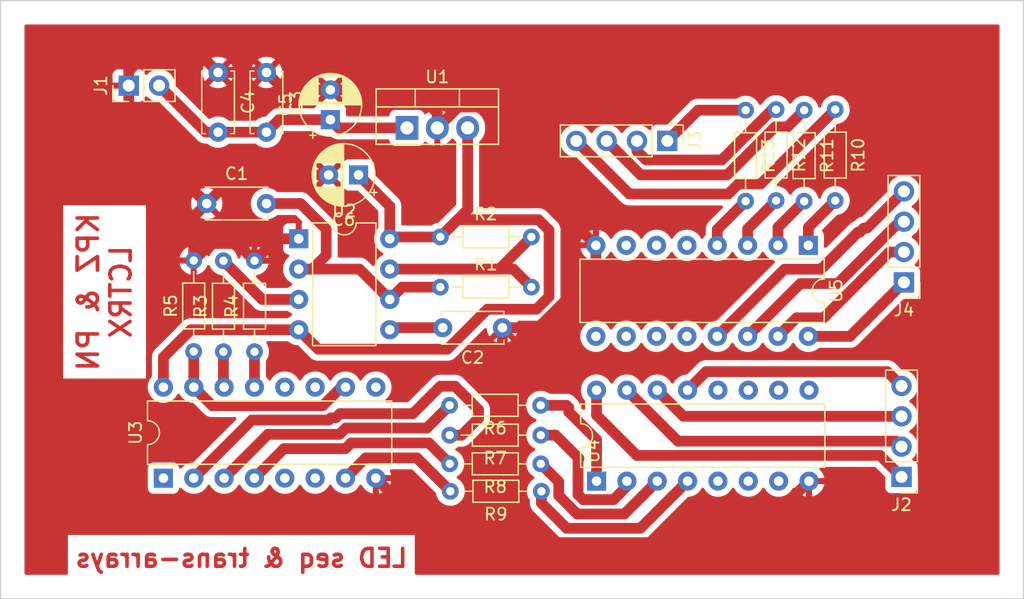
<source format=kicad_pcb>
(kicad_pcb (version 20211014) (generator pcbnew)
  (title_block (title "Graphical EQ PWR side") (date "2022-09-24") (rev "1") (company "Kapz & Pon Electrix") (comment 1 "transitor arrays for switching, as well as ") (comment 2 "backing light sequencer"))
  (layers (0 "F.Cu" signal) (31 "B.Cu" signal) (34 "B.Paste" user) (35 "F.Paste" user) (36 "B.SilkS" user "B.Silkscreen") (37 "F.SilkS" user "F.Silkscreen") (38 "B.Mask" user) (39 "F.Mask" user) (44 "Edge.Cuts" user))
  (net 0 "")
  (net 1 "GND")
  (net 2 "Net-(C1-Pad2)")
  (net 3 "Net-(C2-Pad2)")
  (net 4 "+VDC")
  (net 5 "Net-(J2-Pad1)")
  (net 6 "Net-(J2-Pad2)")
  (net 7 "Net-(J2-Pad3)")
  (net 8 "Net-(J2-Pad4)")
  (net 9 "Net-(J3-Pad1)")
  (net 10 "Net-(J3-Pad2)")
  (net 11 "Net-(J3-Pad3)")
  (net 12 "Net-(J3-Pad4)")
  (net 13 "Net-(J4-Pad1)")
  (net 14 "Net-(J4-Pad2)")
  (net 15 "Net-(J4-Pad3)")
  (net 16 "Net-(J4-Pad4)")
  (net 17 "Net-(R1-Pad2)")
  (net 18 "Net-(R2-Pad1)")
  (net 19 "Net-(R3-Pad1)")
  (net 20 "Net-(R3-Pad2)")
  (net 21 "Net-(R4-Pad1)")
  (net 22 "Net-(R6-Pad1)")
  (net 23 "Net-(R6-Pad2)")
  (net 24 "Net-(R7-Pad1)")
  (net 25 "Net-(R7-Pad2)")
  (net 26 "Net-(R8-Pad1)")
  (net 27 "Net-(R8-Pad2)")
  (net 28 "Net-(R9-Pad1)")
  (net 29 "Net-(R9-Pad2)")
  (net 30 "Net-(R10-Pad2)")
  (net 31 "Net-(R11-Pad2)")
  (net 32 "Net-(R12-Pad2)")
  (net 33 "Net-(R13-Pad2)")
  (net 54 "Net-(R5-Pad1)")
  (footprint "Resistor_THT:R_Axial_DIN0204_L3.6mm_D1.6mm_P7.62mm_Horizontal" (layer "F.Cu") (at 80.1 68.75 180)
    (fp_text reference "R6" (at 3.81 -1.92) (layer "F.SilkS"))
    (fp_text value "2K")
    (pad "1" thru_hole circle (at 0 0 180) (size 1.4 1.4) (drill 0.7) (layers *.Cu *.Mask) (net 22 "Net-(R6-Pad1)"))
    (pad "2" thru_hole oval (at 7.62 0 180) (size 1.4 1.4) (drill 0.7) (layers *.Cu *.Mask) (net 23 "Net-(R6-Pad2)"))
  )
  (footprint "Connector_PinHeader_2.54mm:PinHeader_1x04_P2.54mm_Vertical" (layer "F.Cu") (at 90.7 46.6 -90)
    (fp_text reference "J3" (at 0 -2.33 90) (layer "F.SilkS"))
    (fp_text value "from Graphic EQ")
    (pad "1" thru_hole rect (at 0 0 270) (size 1.7 1.7) (drill 1) (layers *.Cu *.Mask) (net 9 "Net-(J3-Pad1)"))
    (pad "2" thru_hole oval (at 0 2.54 270) (size 1.7 1.7) (drill 1) (layers *.Cu *.Mask) (net 10 "Net-(J3-Pad2)"))
    (pad "3" thru_hole oval (at 0 5.08 270) (size 1.7 1.7) (drill 1) (layers *.Cu *.Mask) (net 11 "Net-(J3-Pad3)"))
    (pad "4" thru_hole oval (at 0 7.62 270) (size 1.7 1.7) (drill 1) (layers *.Cu *.Mask) (net 12 "Net-(J3-Pad4)"))
  )
  (footprint "Connector_PinHeader_2.54mm:PinHeader_1x04_P2.54mm_Vertical" (layer "F.Cu") (at 110.5 58.45 180)
    (fp_text reference "J4" (at 0 -2.33) (layer "F.SilkS"))
    (fp_text value "Graphics EQ to dispaly")
    (pad "1" thru_hole rect (at 0 0 180) (size 1.7 1.7) (drill 1) (layers *.Cu *.Mask) (net 13 "Net-(J4-Pad1)"))
    (pad "2" thru_hole oval (at 0 2.54 180) (size 1.7 1.7) (drill 1) (layers *.Cu *.Mask) (net 14 "Net-(J4-Pad2)"))
    (pad "3" thru_hole oval (at 0 5.08 180) (size 1.7 1.7) (drill 1) (layers *.Cu *.Mask) (net 15 "Net-(J4-Pad3)"))
    (pad "4" thru_hole oval (at 0 7.62 180) (size 1.7 1.7) (drill 1) (layers *.Cu *.Mask) (net 16 "Net-(J4-Pad4)"))
  )
  (footprint "Resistor_THT:R_Axial_DIN0204_L3.6mm_D1.6mm_P7.62mm_Horizontal" (layer "F.Cu") (at 102.15 44.03 -90)
    (fp_text reference "R11" (at 3.81 -1.92 90) (layer "F.SilkS"))
    (fp_text value "20K")
    (pad "1" thru_hole circle (at 0 0 270) (size 1.4 1.4) (drill 0.7) (layers *.Cu *.Mask) (net 11 "Net-(J3-Pad3)"))
    (pad "2" thru_hole oval (at 7.62 0 270) (size 1.4 1.4) (drill 0.7) (layers *.Cu *.Mask) (net 31 "Net-(R11-Pad2)"))
  )
  (footprint "Connector_PinHeader_2.54mm:PinHeader_1x04_P2.54mm_Vertical" (layer "F.Cu") (at 110.3 74.75 180)
    (fp_text reference "J2" (at 0 -2.33) (layer "F.SilkS"))
    (fp_text value "to backing LED's")
    (pad "1" thru_hole rect (at 0 0 180) (size 1.7 1.7) (drill 1) (layers *.Cu *.Mask) (net 5 "Net-(J2-Pad1)"))
    (pad "2" thru_hole oval (at 0 2.54 180) (size 1.7 1.7) (drill 1) (layers *.Cu *.Mask) (net 6 "Net-(J2-Pad2)"))
    (pad "3" thru_hole oval (at 0 5.08 180) (size 1.7 1.7) (drill 1) (layers *.Cu *.Mask) (net 7 "Net-(J2-Pad3)"))
    (pad "4" thru_hole oval (at 0 7.62 180) (size 1.7 1.7) (drill 1) (layers *.Cu *.Mask) (net 8 "Net-(J2-Pad4)"))
  )
  (footprint "Resistor_THT:R_Axial_DIN0204_L3.6mm_D1.6mm_P7.62mm_Horizontal" (layer "F.Cu") (at 80.16 75.95 180)
    (fp_text reference "R9" (at 3.81 -1.92) (layer "F.SilkS"))
    (fp_text value "2K")
    (pad "1" thru_hole circle (at 0 0 180) (size 1.4 1.4) (drill 0.7) (layers *.Cu *.Mask) (net 28 "Net-(R9-Pad1)"))
    (pad "2" thru_hole oval (at 7.62 0 180) (size 1.4 1.4) (drill 0.7) (layers *.Cu *.Mask) (net 29 "Net-(R9-Pad2)"))
  )
  (footprint "Resistor_THT:R_Axial_DIN0204_L3.6mm_D1.6mm_P7.62mm_Horizontal" (layer "F.Cu") (at 71.7 58.85)
    (fp_text reference "R1" (at 3.81 -1.92) (layer "F.SilkS"))
    (fp_text value "5M6")
    (pad "1" thru_hole circle (at 0 0) (size 1.4 1.4) (drill 0.7) (layers *.Cu *.Mask) (net 2 "Net-(C1-Pad2)"))
    (pad "2" thru_hole oval (at 7.62 0) (size 1.4 1.4) (drill 0.7) (layers *.Cu *.Mask) (net 17 "Net-(R1-Pad2)"))
  )
  (footprint "Resistor_THT:R_Axial_DIN0204_L3.6mm_D1.6mm_P7.62mm_Horizontal" (layer "F.Cu") (at 99.8 43.98 -90)
    (fp_text reference "R12" (at 3.81 -1.92 90) (layer "F.SilkS"))
    (fp_text value "20K")
    (pad "1" thru_hole circle (at 0 0 270) (size 1.4 1.4) (drill 0.7) (layers *.Cu *.Mask) (net 10 "Net-(J3-Pad2)"))
    (pad "2" thru_hole oval (at 7.62 0 270) (size 1.4 1.4) (drill 0.7) (layers *.Cu *.Mask) (net 32 "Net-(R12-Pad2)"))
  )
  (footprint "Resistor_THT:R_Axial_DIN0204_L3.6mm_D1.6mm_P7.62mm_Horizontal" (layer "F.Cu") (at 56.15 64.26 90)
    (fp_text reference "R4" (at 3.81 -1.92 90) (layer "F.SilkS"))
    (fp_text value "10K")
    (pad "1" thru_hole circle (at 0 0 90) (size 1.4 1.4) (drill 0.7) (layers *.Cu *.Mask) (net 21 "Net-(R4-Pad1)"))
    (pad "2" thru_hole oval (at 7.62 0 90) (size 1.4 1.4) (drill 0.7) (layers *.Cu *.Mask) (net 1 "GND"))
  )
  (footprint "Capacitor_THT:C_Disc_D5.0mm_W2.5mm_P5.00mm" (layer "F.Cu") (at 52.15 51.85)
    (fp_text reference "C1" (at 2.5 -2.5) (layer "F.SilkS"))
    (fp_text value "151")
    (pad "1" thru_hole circle (at 0 0) (size 1.6 1.6) (drill 0.8) (layers *.Cu *.Mask) (net 1 "GND"))
    (pad "2" thru_hole circle (at 5 0) (size 1.6 1.6) (drill 0.8) (layers *.Cu *.Mask) (net 2 "Net-(C1-Pad2)"))
  )
  (footprint "Package_DIP:DIP-16_W7.62mm" (layer "F.Cu") (at 102.5 55.35 -90)
    (fp_text reference "U5" (at 3.81 -2.33 90) (layer "F.SilkS"))
    (fp_text value "ULN2003A")
    (pad "1" thru_hole rect (at 0 0 270) (size 1.6 1.6) (drill 0.8) (layers *.Cu *.Mask) (net 30 "Net-(R10-Pad2)"))
    (pad "2" thru_hole oval (at 0 2.54 270) (size 1.6 1.6) (drill 0.8) (layers *.Cu *.Mask) (net 31 "Net-(R11-Pad2)"))
    (pad "3" thru_hole oval (at 0 5.08 270) (size 1.6 1.6) (drill 0.8) (layers *.Cu *.Mask) (net 32 "Net-(R12-Pad2)"))
    (pad "4" thru_hole oval (at 0 7.62 270) (size 1.6 1.6) (drill 0.8) (layers *.Cu *.Mask) (net 33 "Net-(R13-Pad2)"))
    (pad "5" thru_hole oval (at 0 10.16 270) (size 1.6 1.6) (drill 0.8) (layers *.Cu *.Mask))
    (pad "6" thru_hole oval (at 0 12.7 270) (size 1.6 1.6) (drill 0.8) (layers *.Cu *.Mask))
    (pad "7" thru_hole oval (at 0 15.24 270) (size 1.6 1.6) (drill 0.8) (layers *.Cu *.Mask))
    (pad "8" thru_hole oval (at 0 17.78 270) (size 1.6 1.6) (drill 0.8) (layers *.Cu *.Mask) (net 1 "GND"))
    (pad "9" thru_hole oval (at 7.62 17.78 270) (size 1.6 1.6) (drill 0.8) (layers *.Cu *.Mask))
    (pad "10" thru_hole oval (at 7.62 15.24 270) (size 1.6 1.6) (drill 0.8) (layers *.Cu *.Mask))
    (pad "11" thru_hole oval (at 7.62 12.7 270) (size 1.6 1.6) (drill 0.8) (layers *.Cu *.Mask))
    (pad "12" thru_hole oval (at 7.62 10.16 270) (size 1.6 1.6) (drill 0.8) (layers *.Cu *.Mask))
    (pad "13" thru_hole oval (at 7.62 7.62 270) (size 1.6 1.6) (drill 0.8) (layers *.Cu *.Mask) (net 16 "Net-(J4-Pad4)"))
    (pad "14" thru_hole oval (at 7.62 5.08 270) (size 1.6 1.6) (drill 0.8) (layers *.Cu *.Mask) (net 15 "Net-(J4-Pad3)"))
    (pad "15" thru_hole oval (at 7.62 2.54 270) (size 1.6 1.6) (drill 0.8) (layers *.Cu *.Mask) (net 14 "Net-(J4-Pad2)"))
    (pad "16" thru_hole oval (at 7.62 0 270) (size 1.6 1.6) (drill 0.8) (layers *.Cu *.Mask) (net 13 "Net-(J4-Pad1)"))
  )
  (footprint "Capacitor_THT:CP_Radial_D5.0mm_P2.50mm" (layer "F.Cu") (at 64.855112 49.45 180)
    (fp_text reference "C6" (at 1.25 -3.75) (layer "F.SilkS"))
    (fp_text value "1Uf")
    (pad "1" thru_hole rect (at 0 0 180) (size 1.6 1.6) (drill 0.8) (layers *.Cu *.Mask) (net 18 "Net-(R2-Pad1)"))
    (pad "2" thru_hole circle (at 2.5 0 180) (size 1.6 1.6) (drill 0.8) (layers *.Cu *.Mask) (net 1 "GND"))
  )
  (footprint "Package_DIP:DIP-8_W7.62mm" (layer "F.Cu") (at 59.85 54.8)
    (fp_text reference "U2" (at 3.81 -2.33) (layer "F.SilkS"))
    (fp_text value "NE555P")
    (pad "1" thru_hole rect (at 0 0) (size 1.6 1.6) (drill 0.8) (layers *.Cu *.Mask) (net 1 "GND"))
    (pad "2" thru_hole oval (at 0 2.54) (size 1.6 1.6) (drill 0.8) (layers *.Cu *.Mask) (net 2 "Net-(C1-Pad2)"))
    (pad "3" thru_hole oval (at 0 5.08) (size 1.6 1.6) (drill 0.8) (layers *.Cu *.Mask) (net 20 "Net-(R3-Pad2)"))
    (pad "4" thru_hole oval (at 0 7.62) (size 1.6 1.6) (drill 0.8) (layers *.Cu *.Mask) (net 18 "Net-(R2-Pad1)"))
    (pad "5" thru_hole oval (at 7.62 7.62) (size 1.6 1.6) (drill 0.8) (layers *.Cu *.Mask) (net 3 "Net-(C2-Pad2)"))
    (pad "6" thru_hole oval (at 7.62 5.08) (size 1.6 1.6) (drill 0.8) (layers *.Cu *.Mask) (net 2 "Net-(C1-Pad2)"))
    (pad "7" thru_hole oval (at 7.62 2.54) (size 1.6 1.6) (drill 0.8) (layers *.Cu *.Mask) (net 17 "Net-(R1-Pad2)"))
    (pad "8" thru_hole oval (at 7.62 0) (size 1.6 1.6) (drill 0.8) (layers *.Cu *.Mask) (net 18 "Net-(R2-Pad1)"))
  )
  (footprint "Resistor_THT:R_Axial_DIN0204_L3.6mm_D1.6mm_P7.62mm_Horizontal" (layer "F.Cu") (at 71.7 54.65)
    (fp_text reference "R2" (at 3.81 -1.92) (layer "F.SilkS"))
    (fp_text value "15K")
    (pad "1" thru_hole circle (at 0 0) (size 1.4 1.4) (drill 0.7) (layers *.Cu *.Mask) (net 18 "Net-(R2-Pad1)"))
    (pad "2" thru_hole oval (at 7.62 0) (size 1.4 1.4) (drill 0.7) (layers *.Cu *.Mask) (net 17 "Net-(R1-Pad2)"))
  )
  (footprint "Package_TO_SOT_THT:TO-220-3_Vertical" (layer "F.Cu") (at 68.91 45.515)
    (fp_text reference "U1" (at 2.54 -4.27) (layer "F.SilkS"))
    (fp_text value "LM7805_TO220")
    (pad "1" thru_hole rect (at 0 0) (size 1.905 2) (drill 1.1) (layers *.Cu *.Mask) (net 4 "+VDC"))
    (pad "2" thru_hole oval (at 2.54 0) (size 1.905 2) (drill 1.1) (layers *.Cu *.Mask) (net 1 "GND"))
    (pad "3" thru_hole oval (at 5.08 0) (size 1.905 2) (drill 1.1) (layers *.Cu *.Mask) (net 18 "Net-(R2-Pad1)"))
  )
  (footprint "Capacitor_THT:C_Disc_D5.0mm_W2.5mm_P5.00mm" (layer "F.Cu") (at 57.15 40.87 -90)
    (fp_text reference "C3" (at 2.5 -2.5 90) (layer "F.SilkS"))
    (fp_text value "104")
    (pad "1" thru_hole circle (at 0 0 270) (size 1.6 1.6) (drill 0.8) (layers *.Cu *.Mask) (net 1 "GND"))
    (pad "2" thru_hole circle (at 5 0 270) (size 1.6 1.6) (drill 0.8) (layers *.Cu *.Mask) (net 4 "+VDC"))
  )
  (footprint "Resistor_THT:R_Axial_DIN0204_L3.6mm_D1.6mm_P7.62mm_Horizontal" (layer "F.Cu") (at 53.55 64.26 90)
    (fp_text reference "R3" (at 3.81 -1.92 90) (layer "F.SilkS"))
    (fp_text value "6K5")
    (pad "1" thru_hole circle (at 0 0 90) (size 1.4 1.4) (drill 0.7) (layers *.Cu *.Mask) (net 19 "Net-(R3-Pad1)"))
    (pad "2" thru_hole oval (at 7.62 0 90) (size 1.4 1.4) (drill 0.7) (layers *.Cu *.Mask) (net 20 "Net-(R3-Pad2)"))
  )
  (footprint "Resistor_THT:R_Axial_DIN0204_L3.6mm_D1.6mm_P7.62mm_Horizontal" (layer "F.Cu") (at 51.06 64.24 90)
    (fp_text reference "R5" (at 3.81 -1.92 90) (layer "F.SilkS"))
    (fp_text value "10K")
    (pad "1" thru_hole circle (at 0 0 90) (size 1.4 1.4) (drill 0.7) (layers *.Cu *.Mask) (net 54 "Net-(R5-Pad1)"))
    (pad "2" thru_hole oval (at 7.62 0 90) (size 1.4 1.4) (drill 0.7) (layers *.Cu *.Mask) (net 1 "GND"))
  )
  (footprint "Resistor_THT:R_Axial_DIN0204_L3.6mm_D1.6mm_P7.62mm_Horizontal" (layer "F.Cu") (at 80.11 71.25 180)
    (fp_text reference "R7" (at 3.81 -1.92) (layer "F.SilkS"))
    (fp_text value "2K")
    (pad "1" thru_hole circle (at 0 0 180) (size 1.4 1.4) (drill 0.7) (layers *.Cu *.Mask) (net 24 "Net-(R7-Pad1)"))
    (pad "2" thru_hole oval (at 7.62 0 180) (size 1.4 1.4) (drill 0.7) (layers *.Cu *.Mask) (net 25 "Net-(R7-Pad2)"))
  )
  (footprint "Capacitor_THT:CP_Radial_D5.0mm_P2.50mm" (layer "F.Cu") (at 62.5 44.825112 90)
    (fp_text reference "C5" (at 1.25 -3.75 90) (layer "F.SilkS"))
    (fp_text value "1Uf")
    (pad "1" thru_hole rect (at 0 0 90) (size 1.6 1.6) (drill 0.8) (layers *.Cu *.Mask) (net 4 "+VDC"))
    (pad "2" thru_hole circle (at 2.5 0 90) (size 1.6 1.6) (drill 0.8) (layers *.Cu *.Mask) (net 1 "GND"))
  )
  (footprint "Capacitor_THT:C_Disc_D5.0mm_W2.5mm_P5.00mm" (layer "F.Cu") (at 53.1 40.87 -90)
    (fp_text reference "C4" (at 2.5 -2.5 90) (layer "F.SilkS"))
    (fp_text value "104")
    (pad "1" thru_hole circle (at 0 0 270) (size 1.6 1.6) (drill 0.8) (layers *.Cu *.Mask) (net 1 "GND"))
    (pad "2" thru_hole circle (at 5 0 270) (size 1.6 1.6) (drill 0.8) (layers *.Cu *.Mask) (net 4 "+VDC"))
  )
  (footprint "Capacitor_THT:C_Disc_D5.0mm_W2.5mm_P5.00mm" (layer "F.Cu") (at 76.9 62.25 180)
    (fp_text reference "C2" (at 2.5 -2.5) (layer "F.SilkS"))
    (fp_text value "104")
    (pad "1" thru_hole circle (at 0 0 180) (size 1.6 1.6) (drill 0.8) (layers *.Cu *.Mask) (net 1 "GND"))
    (pad "2" thru_hole circle (at 5 0 180) (size 1.6 1.6) (drill 0.8) (layers *.Cu *.Mask) (net 3 "Net-(C2-Pad2)"))
  )
  (footprint "Connector_PinHeader_2.54mm:PinHeader_1x02_P2.54mm_Vertical" (layer "F.Cu") (at 45.625 41.97 90)
    (fp_text reference "J1" (at 0 -2.33 90) (layer "F.SilkS"))
    (fp_text value "PWR")
    (pad "1" thru_hole rect (at 0 0 90) (size 1.7 1.7) (drill 1) (layers *.Cu *.Mask) (net 1 "GND"))
    (pad "2" thru_hole oval (at 0 2.54 90) (size 1.7 1.7) (drill 1) (layers *.Cu *.Mask) (net 4 "+VDC"))
  )
  (footprint "Package_DIP:DIP-16_W7.62mm" (layer "F.Cu") (at 84.775 75.1 90)
    (fp_text reference "U4" (at 2.51 -0.28 90) (layer "F.SilkS"))
    (fp_text value "ULN2003A")
    (pad "1" thru_hole rect (at 0 0 90) (size 1.6 1.6) (drill 0.8) (layers *.Cu *.Mask) (net 22 "Net-(R6-Pad1)"))
    (pad "2" thru_hole oval (at 0 2.54 90) (size 1.6 1.6) (drill 0.8) (layers *.Cu *.Mask) (net 24 "Net-(R7-Pad1)"))
    (pad "3" thru_hole oval (at 0 5.08 90) (size 1.6 1.6) (drill 0.8) (layers *.Cu *.Mask) (net 26 "Net-(R8-Pad1)"))
    (pad "4" thru_hole oval (at 0 7.62 90) (size 1.6 1.6) (drill 0.8) (layers *.Cu *.Mask) (net 28 "Net-(R9-Pad1)"))
    (pad "5" thru_hole oval (at 0 10.16 90) (size 1.6 1.6) (drill 0.8) (layers *.Cu *.Mask))
    (pad "6" thru_hole oval (at 0 12.7 90) (size 1.6 1.6) (drill 0.8) (layers *.Cu *.Mask))
    (pad "7" thru_hole oval (at 0 15.24 90) (size 1.6 1.6) (drill 0.8) (layers *.Cu *.Mask))
    (pad "8" thru_hole oval (at 0 17.78 90) (size 1.6 1.6) (drill 0.8) (layers *.Cu *.Mask) (net 1 "GND"))
    (pad "9" thru_hole oval (at 7.62 17.78 90) (size 1.6 1.6) (drill 0.8) (layers *.Cu *.Mask))
    (pad "10" thru_hole oval (at 7.62 15.24 90) (size 1.6 1.6) (drill 0.8) (layers *.Cu *.Mask))
    (pad "11" thru_hole oval (at 7.62 12.7 90) (size 1.6 1.6) (drill 0.8) (layers *.Cu *.Mask))
    (pad "12" thru_hole oval (at 7.62 10.16 90) (size 1.6 1.6) (drill 0.8) (layers *.Cu *.Mask))
    (pad "13" thru_hole oval (at 7.62 7.62 90) (size 1.6 1.6) (drill 0.8) (layers *.Cu *.Mask) (net 8 "Net-(J2-Pad4)"))
    (pad "14" thru_hole oval (at 7.62 5.08 90) (size 1.6 1.6) (drill 0.8) (layers *.Cu *.Mask) (net 7 "Net-(J2-Pad3)"))
    (pad "15" thru_hole oval (at 7.62 2.54 90) (size 1.6 1.6) (drill 0.8) (layers *.Cu *.Mask) (net 6 "Net-(J2-Pad2)"))
    (pad "16" thru_hole oval (at 7.62 0 90) (size 1.6 1.6) (drill 0.8) (layers *.Cu *.Mask) (net 5 "Net-(J2-Pad1)"))
  )
  (footprint "Resistor_THT:R_Axial_DIN0204_L3.6mm_D1.6mm_P7.62mm_Horizontal" (layer "F.Cu") (at 97.25 44.03 -90)
    (fp_text reference "R13" (at 3.81 -1.92 90) (layer "F.SilkS"))
    (fp_text value "20K")
    (pad "1" thru_hole circle (at 0 0 270) (size 1.4 1.4) (drill 0.7) (layers *.Cu *.Mask) (net 9 "Net-(J3-Pad1)"))
    (pad "2" thru_hole oval (at 7.62 0 270) (size 1.4 1.4) (drill 0.7) (layers *.Cu *.Mask) (net 33 "Net-(R13-Pad2)"))
  )
  (footprint "Resistor_THT:R_Axial_DIN0204_L3.6mm_D1.6mm_P7.62mm_Horizontal" (layer "F.Cu") (at 104.75 43.98 -90)
    (fp_text reference "R10" (at 3.81 -1.92 90) (layer "F.SilkS"))
    (fp_text value "20K")
    (pad "1" thru_hole circle (at 0 0 270) (size 1.4 1.4) (drill 0.7) (layers *.Cu *.Mask) (net 12 "Net-(J3-Pad4)"))
    (pad "2" thru_hole oval (at 7.62 0 270) (size 1.4 1.4) (drill 0.7) (layers *.Cu *.Mask) (net 30 "Net-(R10-Pad2)"))
  )
  (footprint "Resistor_THT:R_Axial_DIN0204_L3.6mm_D1.6mm_P7.62mm_Horizontal" (layer "F.Cu") (at 80.11 73.65 180)
    (fp_text reference "R8" (at 3.81 -1.92) (layer "F.SilkS"))
    (fp_text value "2K")
    (pad "1" thru_hole circle (at 0 0 180) (size 1.4 1.4) (drill 0.7) (layers *.Cu *.Mask) (net 26 "Net-(R8-Pad1)"))
    (pad "2" thru_hole oval (at 7.62 0 180) (size 1.4 1.4) (drill 0.7) (layers *.Cu *.Mask) (net 27 "Net-(R8-Pad2)"))
  )
  (footprint "Package_DIP:DIP-16_W7.62mm" (layer "F.Cu") (at 48.525 74.85 90)
    (fp_text reference "U3" (at 3.81 -2.33 90) (layer "F.SilkS"))
    (fp_text value "4017")
    (pad "1" thru_hole rect (at 0 0 90) (size 1.6 1.6) (drill 0.8) (layers *.Cu *.Mask))
    (pad "2" thru_hole oval (at 0 2.54 90) (size 1.6 1.6) (drill 0.8) (layers *.Cu *.Mask) (net 25 "Net-(R7-Pad2)"))
    (pad "3" thru_hole oval (at 0 5.08 90) (size 1.6 1.6) (drill 0.8) (layers *.Cu *.Mask) (net 23 "Net-(R6-Pad2)"))
    (pad "4" thru_hole oval (at 0 7.62 90) (size 1.6 1.6) (drill 0.8) (layers *.Cu *.Mask) (net 27 "Net-(R8-Pad2)"))
    (pad "5" thru_hole oval (at 0 10.16 90) (size 1.6 1.6) (drill 0.8) (layers *.Cu *.Mask))
    (pad "6" thru_hole oval (at 0 12.7 90) (size 1.6 1.6) (drill 0.8) (layers *.Cu *.Mask))
    (pad "7" thru_hole oval (at 0 15.24 90) (size 1.6 1.6) (drill 0.8) (layers *.Cu *.Mask) (net 29 "Net-(R9-Pad2)"))
    (pad "8" thru_hole oval (at 0 17.78 90) (size 1.6 1.6) (drill 0.8) (layers *.Cu *.Mask) (net 1 "GND"))
    (pad "9" thru_hole oval (at 7.62 17.78 90) (size 1.6 1.6) (drill 0.8) (layers *.Cu *.Mask))
    (pad "10" thru_hole oval (at 7.62 15.24 90) (size 1.6 1.6) (drill 0.8) (layers *.Cu *.Mask) (net 54 "Net-(R5-Pad1)"))
    (pad "11" thru_hole oval (at 7.62 12.7 90) (size 1.6 1.6) (drill 0.8) (layers *.Cu *.Mask))
    (pad "12" thru_hole oval (at 7.62 10.16 90) (size 1.6 1.6) (drill 0.8) (layers *.Cu *.Mask))
    (pad "13" thru_hole oval (at 7.62 7.62 90) (size 1.6 1.6) (drill 0.8) (layers *.Cu *.Mask) (net 21 "Net-(R4-Pad1)"))
    (pad "14" thru_hole oval (at 7.62 5.08 90) (size 1.6 1.6) (drill 0.8) (layers *.Cu *.Mask) (net 19 "Net-(R3-Pad1)"))
    (pad "15" thru_hole oval (at 7.62 2.54 90) (size 1.6 1.6) (drill 0.8) (layers *.Cu *.Mask) (net 54 "Net-(R5-Pad1)"))
    (pad "16" thru_hole oval (at 7.62 0 90) (size 1.6 1.6) (drill 0.8) (layers *.Cu *.Mask) (net 18 "Net-(R2-Pad1)"))
  )
  (gr_rect (start 34.9 34.85) (end 120.5 84.95) (layer "Edge.Cuts") (width 0.1) (fill none))
  (gr_text "LED seq & trans-arrays" (at 55.05 81.55) (layer "F.Cu") (effects (font (size 1.5 1.5) (thickness 0.3)) (justify mirror)))
  (gr_text "KPZ & PN\nLCTRX" (at 43.6 59.25 90) (layer "F.Cu") (effects (font (size 1.7 1.7) (thickness 0.3)) (justify mirror)))
  (segment (start 51.2 38.97) (end 47.4 38.97) (width 0.9) (layer "F.Cu") (net 1))
  (segment (start 71.45 44.27) (end 69.1 41.92) (width 0.9) (layer "F.Cu") (net 1))
  (segment (start 76.9 62.25) (end 79.895875 62.25) (width 0.9) (layer "F.Cu") (net 1))
  (segment (start 77.65 78.55) (end 78.7 78.55) (width 0.9) (layer "F.Cu") (net 1))
  (segment (start 76.9 62.25) (end 76.9 77.8) (width 0.9) (layer "F.Cu") (net 1))
  (segment (start 54.700489 55.190489) (end 52.489511 55.190489) (width 0.9) (layer "F.Cu") (net 1))
  (segment (start 71.45 45.515) (end 71.45 44.27) (width 0.9) (layer "F.Cu") (net 1))
  (segment (start 70.005 78.55) (end 77.65 78.55) (width 0.9) (layer "F.Cu") (net 1))
  (segment (start 76.82 47.45) (end 76.7 47.45) (width 0.9) (layer "F.Cu") (net 1))
  (segment (start 69.1 41.92) (end 68.694888 42.325112) (width 0.9) (layer "F.Cu") (net 1))
  (segment (start 56.3 40.87) (end 56.57548 40.59452) (width 0.9) (layer "F.Cu") (net 1))
  (segment (start 56.15 56.64) (end 54.700489 55.190489) (width 0.9) (layer "F.Cu") (net 1))
  (segment (start 66.305 74.85) (end 70.005 78.55) (width 0.9) (layer "F.Cu") (net 1))
  (segment (start 59.85 54.8) (end 57.99 54.8) (width 0.9) (layer "F.Cu") (net 1))
  (segment (start 62.5 42.325112) (end 58.605112 42.325112) (width 0.9) (layer "F.Cu") (net 1))
  (segment (start 47.4 38.97) (end 45.625 40.745) (width 0.9) (layer "F.Cu") (net 1))
  (segment (start 68.694888 42.325112) (end 62.5 42.325112) (width 0.9) (layer "F.Cu") (net 1))
  (segment (start 45.625 40.745) (end 45.625 41.97) (width 0.9) (layer "F.Cu") (net 1))
  (segment (start 57.15 40.87) (end 53.1 40.87) (width 0.9) (layer "F.Cu") (net 1))
  (segment (start 45.625 41.97) (end 45.625 45.325) (width 0.9) (layer "F.Cu") (net 1))
  (segment (start 80.4 80.25) (end 97.405 80.25) (width 0.9) (layer "F.Cu") (net 1))
  (segment (start 76.9 77.8) (end 77.65 78.55) (width 0.9) (layer "F.Cu") (net 1))
  (segment (start 57.99 54.8) (end 56.15 56.64) (width 0.9) (layer "F.Cu") (net 1))
  (segment (start 51.06 56.62) (end 51.06 52.94) (width 0.9) (layer "F.Cu") (net 1))
  (segment (start 78.7 78.55) (end 80.4 80.25) (width 0.9) (layer "F.Cu") (net 1))
  (segment (start 79.895875 62.25) (end 84.72 57.425875) (width 0.9) (layer "F.Cu") (net 1))
  (segment (start 45.625 45.325) (end 52.15 51.85) (width 0.9) (layer "F.Cu") (net 1))
  (segment (start 52.15 51.85) (end 54.55 49.45) (width 0.9) (layer "F.Cu") (net 1))
  (segment (start 75.69548 43.76548) (end 73.19952 43.76548) (width 0.9) (layer "F.Cu") (net 1))
  (segment (start 73.19952 43.76548) (end 71.45 45.515) (width 0.9) (layer "F.Cu") (net 1))
  (segment (start 58.605112 42.325112) (end 57.15 40.87) (width 0.9) (layer "F.Cu") (net 1))
  (segment (start 84.72 55.35) (end 76.82 47.45) (width 0.9) (layer "F.Cu") (net 1))
  (segment (start 53.1 40.87) (end 56.3 40.87) (width 0.9) (layer "F.Cu") (net 1))
  (segment (start 54.55 49.45) (end 62.355112 49.45) (width 0.9) (layer "F.Cu") (net 1))
  (segment (start 84.72 57.425875) (end 84.72 55.35) (width 0.9) (layer "F.Cu") (net 1))
  (segment (start 76.7 44.77) (end 75.69548 43.76548) (width 0.9) (layer "F.Cu") (net 1))
  (segment (start 51.06 52.94) (end 52.15 51.85) (width 0.9) (layer "F.Cu") (net 1))
  (segment (start 76.7 47.45) (end 76.7 44.77) (width 0.9) (layer "F.Cu") (net 1))
  (segment (start 97.405 80.25) (end 102.555 75.1) (width 0.9) (layer "F.Cu") (net 1))
  (segment (start 53.1 40.87) (end 51.2 38.97) (width 0.9) (layer "F.Cu") (net 1))
  (segment (start 52.489511 55.190489) (end 51.06 56.62) (width 0.9) (layer "F.Cu") (net 1))
  (segment (start 60 51.85) (end 62.15 54) (width 0.9) (layer "F.Cu") (net 2))
  (segment (start 57.15 51.85) (end 60 51.85) (width 0.9) (layer "F.Cu") (net 2))
  (segment (start 60.98137 57.34) (end 59.85 57.34) (width 0.9) (layer "F.Cu") (net 2))
  (segment (start 62.15 56.17137) (end 60.98137 57.34) (width 0.9) (layer "F.Cu") (net 2))
  (segment (start 68.5 58.85) (end 67.47 59.88) (width 0.9) (layer "F.Cu") (net 2))
  (segment (start 71.7 58.85) (end 68.5 58.85) (width 0.9) (layer "F.Cu") (net 2))
  (segment (start 59.85 57.34) (end 64.93 57.34) (width 0.9) (layer "F.Cu") (net 2))
  (segment (start 64.93 57.34) (end 67.47 59.88) (width 0.9) (layer "F.Cu") (net 2))
  (segment (start 62.15 54) (end 62.15 56.17137) (width 0.9) (layer "F.Cu") (net 2))
  (segment (start 67.64 62.25) (end 67.47 62.42) (width 0.9) (layer "F.Cu") (net 3))
  (segment (start 71.9 62.25) (end 67.64 62.25) (width 0.9) (layer "F.Cu") (net 3))
  (segment (start 58.194888 44.825112) (end 57.15 45.87) (width 0.9) (layer "F.Cu") (net 4))
  (segment (start 68.91 45.515) (end 63.189888 45.515) (width 0.9) (layer "F.Cu") (net 4))
  (segment (start 63.189888 45.515) (end 62.5 44.825112) (width 0.9) (layer "F.Cu") (net 4))
  (segment (start 62.5 44.825112) (end 58.194888 44.825112) (width 0.9) (layer "F.Cu") (net 4))
  (segment (start 57.15 45.87) (end 53.1 45.87) (width 0.9) (layer "F.Cu") (net 4))
  (segment (start 53.1 45.87) (end 52.065 45.87) (width 0.9) (layer "F.Cu") (net 4))
  (segment (start 52.065 45.87) (end 48.165 41.97) (width 0.9) (layer "F.Cu") (net 4))
  (segment (start 110.3 74.75) (end 108.5 72.95) (width 0.9) (layer "F.Cu") (net 5))
  (segment (start 84.775 69.575) (end 84.775 67.48) (width 0.9) (layer "F.Cu") (net 5))
  (segment (start 108.5 72.95) (end 88.15 72.95) (width 0.9) (layer "F.Cu") (net 5))
  (segment (start 88.15 72.95) (end 84.775 69.575) (width 0.9) (layer "F.Cu") (net 5))
  (segment (start 109.84048 71.75048) (end 110.3 72.21) (width 0.9) (layer "F.Cu") (net 6))
  (segment (start 91.58548 71.75048) (end 109.84048 71.75048) (width 0.9) (layer "F.Cu") (net 6))
  (segment (start 87.315 67.48) (end 91.58548 71.75048) (width 0.9) (layer "F.Cu") (net 6))
  (segment (start 89.855 67.48) (end 92.045 69.67) (width 0.9) (layer "F.Cu") (net 7))
  (segment (start 92.045 69.67) (end 110.3 69.67) (width 0.9) (layer "F.Cu") (net 7))
  (segment (start 109.100489 65.930489) (end 110.3 67.13) (width 0.9) (layer "F.Cu") (net 8))
  (segment (start 93.944511 65.930489) (end 109.100489 65.930489) (width 0.9) (layer "F.Cu") (net 8))
  (segment (start 92.395 67.48) (end 93.944511 65.930489) (width 0.9) (layer "F.Cu") (net 8))
  (segment (start 97.25 44.03) (end 93.27 44.03) (width 0.9) (layer "F.Cu") (net 9))
  (segment (start 93.27 44.03) (end 90.7 46.6) (width 0.9) (layer "F.Cu") (net 9))
  (segment (start 88.16 47.443636) (end 88.16 46.6) (width 0.9) (layer "F.Cu") (net 10))
  (segment (start 95.257842 48.199511) (end 88.915875 48.199511) (width 0.9) (layer "F.Cu") (net 10))
  (segment (start 99.8 43.98) (end 99.477353 43.98) (width 0.9) (layer "F.Cu") (net 10))
  (segment (start 88.915875 48.199511) (end 88.16 47.443636) (width 0.9) (layer "F.Cu") (net 10))
  (segment (start 99.477353 43.98) (end 95.257842 48.199511) (width 0.9) (layer "F.Cu") (net 10))
  (segment (start 99.724206 45.429511) (end 100.750489 45.429511) (width 0.9) (layer "F.Cu") (net 11))
  (segment (start 100.750489 45.429511) (end 102.15 44.03) (width 0.9) (layer "F.Cu") (net 11))
  (segment (start 95.703717 49.45) (end 99.724206 45.429511) (width 0.9) (layer "F.Cu") (net 11))
  (segment (start 85.62 46.6) (end 88.47 49.45) (width 0.9) (layer "F.Cu") (net 11))
  (segment (start 88.47 49.45) (end 95.703717 49.45) (width 0.9) (layer "F.Cu") (net 11))
  (segment (start 104.75 43.98) (end 98.529511 50.200489) (width 0.9) (layer "F.Cu") (net 12))
  (segment (start 98.529511 50.200489) (end 96.649592 50.200489) (width 0.9) (layer "F.Cu") (net 12))
  (segment (start 87.53 51.05) (end 83.08 46.6) (width 0.9) (layer "F.Cu") (net 12))
  (segment (start 95.800081 51.05) (end 87.53 51.05) (width 0.9) (layer "F.Cu") (net 12))
  (segment (start 96.649592 50.200489) (end 95.800081 51.05) (width 0.9) (layer "F.Cu") (net 12))
  (segment (start 105.98 62.97) (end 110.5 58.45) (width 0.9) (layer "F.Cu") (net 13))
  (segment (start 102.5 62.97) (end 105.98 62.97) (width 0.9) (layer "F.Cu") (net 13))
  (segment (start 99.96 62.97) (end 101.509511 61.420489) (width 0.9) (layer "F.Cu") (net 14))
  (segment (start 101.509511 61.420489) (end 103.779511 61.420489) (width 0.9) (layer "F.Cu") (net 14))
  (segment (start 109.29 55.91) (end 110.5 55.91) (width 0.9) (layer "F.Cu") (net 14))
  (segment (start 103.779511 61.420489) (end 109.29 55.91) (width 0.9) (layer "F.Cu") (net 14))
  (segment (start 101.83951 58.55049) (end 97.42 62.97) (width 0.9) (layer "F.Cu") (net 15))
  (segment (start 104.953146 58.55049) (end 101.83951 58.55049) (width 0.9) (layer "F.Cu") (net 15))
  (segment (start 110.5 53.37) (end 110.133636 53.37) (width 0.9) (layer "F.Cu") (net 15))
  (segment (start 110.133636 53.37) (end 104.953146 58.55049) (width 0.9) (layer "F.Cu") (net 15))
  (segment (start 100.499021 57.350979) (end 103.556292 57.35098) (width 0.9) (layer "F.Cu") (net 16))
  (segment (start 103.556292 57.35098) (end 106.656293 54.250979) (width 0.9) (layer "F.Cu") (net 16))
  (segment (start 107.156293 53.900979) (end 107.429021 53.900979) (width 0.9) (layer "F.Cu") (net 16))
  (segment (start 94.88 62.97) (end 100.499021 57.350979) (width 0.9) (layer "F.Cu") (net 16))
  (segment (start 107.429021 53.900979) (end 110.5 50.83) (width 0.9) (layer "F.Cu") (net 16))
  (segment (start 106.656293 54.250979) (end 106.806293 54.250979) (width 0.9) (layer "F.Cu") (net 16))
  (segment (start 106.806293 54.250979) (end 107.156293 53.900979) (width 0.9) (layer "F.Cu") (net 16))
  (segment (start 76.63 57.34) (end 71.61 57.34) (width 0.9) (layer "F.Cu") (net 17))
  (segment (start 67.47 57.34) (end 71.61 57.34) (width 0.9) (layer "F.Cu") (net 17))
  (segment (start 77.81 57.34) (end 79.32 58.85) (width 0.9) (layer "F.Cu") (net 17))
  (segment (start 71.61 57.34) (end 77.81 57.34) (width 0.9) (layer "F.Cu") (net 17))
  (segment (start 79.32 54.65) (end 76.63 57.34) (width 0.9) (layer "F.Cu") (net 17))
  (segment (start 50.830081 62.42) (end 48.525 64.725081) (width 0.9) (layer "F.Cu") (net 18))
  (segment (start 72.291341 64.05) (end 61.48 64.05) (width 0.9) (layer "F.Cu") (net 18))
  (segment (start 73.99 45.515) (end 73.99 52.36) (width 0.9) (layer "F.Cu") (net 18))
  (segment (start 67.47 52.064888) (end 64.855112 49.45) (width 0.9) (layer "F.Cu") (net 18))
  (segment (start 73.99 52.36) (end 71.7 54.65) (width 0.9) (layer "F.Cu") (net 18))
  (segment (start 80.8 59.649511) (end 79.749022 60.700489) (width 0.9) (layer "F.Cu") (net 18))
  (segment (start 80.8 54.080081) (end 80.8 59.649511) (width 0.9) (layer "F.Cu") (net 18))
  (segment (start 71.7 54.65) (end 67.62 54.65) (width 0.9) (layer "F.Cu") (net 18))
  (segment (start 61.48 64.05) (end 59.85 62.42) (width 0.9) (layer "F.Cu") (net 18))
  (segment (start 73.149511 53.200489) (end 79.920408 53.200489) (width 0.9) (layer "F.Cu") (net 18))
  (segment (start 75.640852 60.700489) (end 72.291341 64.05) (width 0.9) (layer "F.Cu") (net 18))
  (segment (start 67.62 54.65) (end 67.47 54.8) (width 0.9) (layer "F.Cu") (net 18))
  (segment (start 71.7 54.65) (end 73.149511 53.200489) (width 0.9) (layer "F.Cu") (net 18))
  (segment (start 67.47 54.8) (end 67.47 52.064888) (width 0.9) (layer "F.Cu") (net 18))
  (segment (start 48.525 64.725081) (end 48.525 67.23) (width 0.9) (layer "F.Cu") (net 18))
  (segment (start 79.749022 60.700489) (end 75.640852 60.700489) (width 0.9) (layer "F.Cu") (net 18))
  (segment (start 79.920408 53.200489) (end 80.8 54.080081) (width 0.9) (layer "F.Cu") (net 18))
  (segment (start 59.85 62.42) (end 50.830081 62.42) (width 0.9) (layer "F.Cu") (net 18))
  (segment (start 53.55 67.175) (end 53.605 67.23) (width 0.9) (layer "F.Cu") (net 19))
  (segment (start 53.55 64.26) (end 53.55 67.175) (width 0.9) (layer "F.Cu") (net 19))
  (segment (start 59.85 59.88) (end 56.79 59.88) (width 0.9) (layer "F.Cu") (net 20))
  (segment (start 56.79 59.88) (end 53.55 56.64) (width 0.9) (layer "F.Cu") (net 20))
  (segment (start 56.145 64.265) (end 56.15 64.26) (width 0.9) (layer "F.Cu") (net 21))
  (segment (start 56.145 67.23) (end 56.145 64.265) (width 0.9) (layer "F.Cu") (net 21))
  (segment (start 82.45 68.95) (end 82.25 68.75) (width 0.9) (layer "F.Cu") (net 22))
  (segment (start 82.25 68.75) (end 80.1 68.75) (width 0.9) (layer "F.Cu") (net 22))
  (segment (start 84.775 75.1) (end 84.775 71.625) (width 0.9) (layer "F.Cu") (net 22))
  (segment (start 84.775 71.625) (end 82.45 69.3) (width 0.9) (layer "F.Cu") (net 22))
  (segment (start 82.45 69.3) (end 82.45 68.95) (width 0.9) (layer "F.Cu") (net 22))
  (segment (start 57.276467 71.178533) (end 53.605 74.85) (width 0.9) (layer "F.Cu") (net 23))
  (segment (start 63.793708 70.64902) (end 63.264195 71.178533) (width 0.9) (layer "F.Cu") (net 23))
  (segment (start 72.48 68.75) (end 70.58098 70.64902) (width 0.9) (layer "F.Cu") (net 23))
  (segment (start 63.264195 71.178533) (end 57.276467 71.178533) (width 0.9) (layer "F.Cu") (net 23))
  (segment (start 70.58098 70.64902) (end 63.793708 70.64902) (width 0.9) (layer "F.Cu") (net 23))
  (segment (start 83.225489 76.225489) (end 83.649511 76.649511) (width 0.9) (layer "F.Cu") (net 24))
  (segment (start 87.315 75.535) (end 87.315 75.1) (width 0.9) (layer "F.Cu") (net 24))
  (segment (start 83.225489 73.274511) (end 83.225489 76.225489) (width 0.9) (layer "F.Cu") (net 24))
  (segment (start 83.649511 76.649511) (end 86.200489 76.649511) (width 0.9) (layer "F.Cu") (net 24))
  (segment (start 80.11 71.25) (end 81.35 71.25) (width 0.9) (layer "F.Cu") (net 24))
  (segment (start 81.35 71.25) (end 83.3 73.2) (width 0.9) (layer "F.Cu") (net 24))
  (segment (start 83.3 73.2) (end 83.225489 73.274511) (width 0.9) (layer "F.Cu") (net 24))
  (segment (start 86.200489 76.649511) (end 87.315 75.535) (width 0.9) (layer "F.Cu") (net 24))
  (segment (start 74.9 69.829949) (end 74.9 69.120081) (width 0.9) (layer "F.Cu") (net 25))
  (segment (start 62.946854 69.79951) (end 62.543195 69.79951) (width 0.9) (layer "F.Cu") (net 25))
  (segment (start 73.479949 71.25) (end 74.9 69.829949) (width 0.9) (layer "F.Cu") (net 25))
  (segment (start 72.49 71.25) (end 73.479949 71.25) (width 0.9) (layer "F.Cu") (net 25))
  (segment (start 55.935978 69.979022) (end 51.065 74.85) (width 0.9) (layer "F.Cu") (net 25))
  (segment (start 74.9 69.120081) (end 72.929919 67.15) (width 0.9) (layer "F.Cu") (net 25))
  (segment (start 69.40049 69.44951) (end 63.296854 69.44951) (width 0.9) (layer "F.Cu") (net 25))
  (segment (start 71.7 67.15) (end 69.40049 69.44951) (width 0.9) (layer "F.Cu") (net 25))
  (segment (start 63.296854 69.44951) (end 62.946854 69.79951) (width 0.9) (layer "F.Cu") (net 25))
  (segment (start 62.543195 69.79951) (end 62.363683 69.979022) (width 0.9) (layer "F.Cu") (net 25))
  (segment (start 62.363683 69.979022) (end 55.935978 69.979022) (width 0.9) (layer "F.Cu") (net 25))
  (segment (start 72.929919 67.15) (end 71.7 67.15) (width 0.9) (layer "F.Cu") (net 25))
  (segment (start 81.609511 75.149511) (end 81.609511 76.305889) (width 0.9) (layer "F.Cu") (net 26))
  (segment (start 83.152653 77.849031) (end 87.105969 77.849031) (width 0.9) (layer "F.Cu") (net 26))
  (segment (start 81.609511 76.305889) (end 83.152653 77.849031) (width 0.9) (layer "F.Cu") (net 26))
  (segment (start 87.105969 77.849031) (end 89.855 75.1) (width 0.9) (layer "F.Cu") (net 26))
  (segment (start 80.11 73.65) (end 81.609511 75.149511) (width 0.9) (layer "F.Cu") (net 26))
  (segment (start 64.238602 71.90049) (end 70.74049 71.90049) (width 0.9) (layer "F.Cu") (net 27))
  (segment (start 63.761048 72.378044) (end 64.238602 71.90049) (width 0.9) (layer "F.Cu") (net 27))
  (segment (start 56.145 74.85) (end 58.616956 72.378044) (width 0.9) (layer "F.Cu") (net 27))
  (segment (start 58.616956 72.378044) (end 63.761048 72.378044) (width 0.9) (layer "F.Cu") (net 27))
  (segment (start 70.74049 71.90049) (end 72.49 73.65) (width 0.9) (layer "F.Cu") (net 27))
  (segment (start 80.16 75.95) (end 80.16 76.939949) (width 0.9) (layer "F.Cu") (net 28))
  (segment (start 88.446449 79.048551) (end 92.395 75.1) (width 0.9) (layer "F.Cu") (net 28))
  (segment (start 80.16 76.939949) (end 82.268602 79.048551) (width 0.9) (layer "F.Cu") (net 28))
  (segment (start 82.268602 79.048551) (end 88.446449 79.048551) (width 0.9) (layer "F.Cu") (net 28))
  (segment (start 69.74 73.15) (end 65.465 73.15) (width 0.9) (layer "F.Cu") (net 29))
  (segment (start 72.54 75.95) (end 69.74 73.15) (width 0.9) (layer "F.Cu") (net 29))
  (segment (start 65.465 73.15) (end 63.765 74.85) (width 0.9) (layer "F.Cu") (net 29))
  (segment (start 102.5 55.35) (end 102.5 53.85) (width 0.9) (layer "F.Cu") (net 30))
  (segment (start 102.5 53.85) (end 104.75 51.6) (width 0.9) (layer "F.Cu") (net 30))
  (segment (start 99.96 55.35) (end 99.96 53.84) (width 0.9) (layer "F.Cu") (net 31))
  (segment (start 99.96 53.84) (end 102.15 51.65) (width 0.9) (layer "F.Cu") (net 31))
  (segment (start 97.42 55.35) (end 97.42 53.98) (width 0.9) (layer "F.Cu") (net 32))
  (segment (start 97.42 53.98) (end 99.8 51.6) (width 0.9) (layer "F.Cu") (net 32))
  (segment (start 94.88 55.35) (end 94.88 54.02) (width 0.9) (layer "F.Cu") (net 33))
  (segment (start 94.88 54.02) (end 97.25 51.65) (width 0.9) (layer "F.Cu") (net 33))
  (segment (start 51.065 64.245) (end 51.06 64.24) (width 0.9) (layer "F.Cu") (net 54))
  (segment (start 63.416341 67.23) (end 61.86683 68.779511) (width 0.9) (layer "F.Cu") (net 54))
  (segment (start 63.765 67.23) (end 63.416341 67.23) (width 0.9) (layer "F.Cu") (net 54))
  (segment (start 52.614511 68.779511) (end 51.065 67.23) (width 0.9) (layer "F.Cu") (net 54))
  (segment (start 51.065 67.23) (end 51.065 64.245) (width 0.9) (layer "F.Cu") (net 54))
  (segment (start 61.86683 68.779511) (end 52.614511 68.779511) (width 0.9) (layer "F.Cu") (net 54))
  (zone (net 1) (net_name "GND") (layer "F.Cu") (connect_pads (clearance 0.508)) (min_thickness 0.254) (fill yes (thermal_gap 0.508) (thermal_bridge_width 0.508))
    (polygon (pts (xy 120.4 84.95) (xy 35.35 84.75) (xy 35.15 35.1) (xy 120.3 35.1)))
  )
)
</source>
